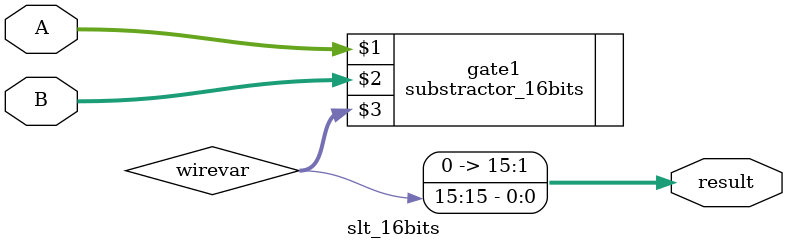
<source format=v>
module slt_16bits (input [15:0] A, input [15:0] B, output [15:0] result);

wire [15:0] wirevar;

	// generation variable to prevent repetition
	genvar i;
	// for loop for and1
	generate 
		for (i=1; i<16; i = i+1) begin: mynotgate
			not notgate(result[i], 1'b1); // write 0 to first 15 bits of result
		end
	endgenerate

	substractor_16bits gate1(A, B, wirevar); // substract a and b and write to wirevar
	or (result[0], wirevar[15], 1'b0);	// if wirevar == 1; make result[0]

endmodule
</source>
